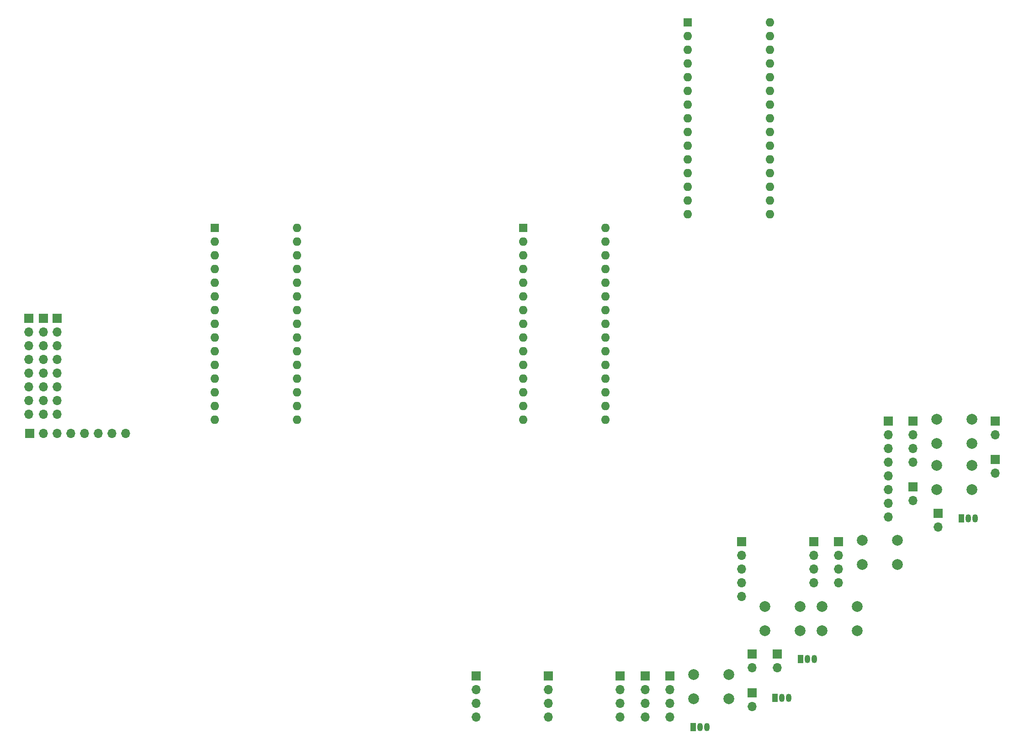
<source format=gbr>
G04 #@! TF.GenerationSoftware,KiCad,Pcbnew,5.1.5-52549c5~84~ubuntu18.04.1*
G04 #@! TF.CreationDate,2019-12-20T21:30:07+07:00*
G04 #@! TF.ProjectId,plate,706c6174-652e-46b6-9963-61645f706362,rev?*
G04 #@! TF.SameCoordinates,Original*
G04 #@! TF.FileFunction,Copper,L2,Bot*
G04 #@! TF.FilePolarity,Positive*
%FSLAX46Y46*%
G04 Gerber Fmt 4.6, Leading zero omitted, Abs format (unit mm)*
G04 Created by KiCad (PCBNEW 5.1.5-52549c5~84~ubuntu18.04.1) date 2019-12-20 21:30:07*
%MOMM*%
%LPD*%
G04 APERTURE LIST*
%ADD10O,1.700000X1.700000*%
%ADD11R,1.700000X1.700000*%
%ADD12C,2.000000*%
%ADD13R,1.050000X1.500000*%
%ADD14O,1.050000X1.500000*%
%ADD15O,1.600000X1.600000*%
%ADD16R,1.600000X1.600000*%
G04 APERTURE END LIST*
D10*
X199710000Y-94260000D03*
X199710000Y-91720000D03*
X199710000Y-89180000D03*
X199710000Y-86640000D03*
X199710000Y-84100000D03*
X199710000Y-81560000D03*
X199710000Y-79020000D03*
D11*
X199710000Y-76480000D03*
D10*
X159270000Y-131370000D03*
X159270000Y-128830000D03*
X159270000Y-126290000D03*
D11*
X159270000Y-123750000D03*
D10*
X123320000Y-131320000D03*
X123320000Y-128780000D03*
X123320000Y-126240000D03*
D11*
X123320000Y-123700000D03*
D10*
X136670000Y-131320000D03*
X136670000Y-128780000D03*
X136670000Y-126240000D03*
D11*
X136670000Y-123700000D03*
D10*
X150020000Y-131320000D03*
X150020000Y-128780000D03*
X150020000Y-126240000D03*
D11*
X150020000Y-123700000D03*
D10*
X185910000Y-106450000D03*
X185910000Y-103910000D03*
X185910000Y-101370000D03*
D11*
X185910000Y-98830000D03*
D10*
X154620000Y-131370000D03*
X154620000Y-128830000D03*
X154620000Y-126290000D03*
D11*
X154620000Y-123750000D03*
D10*
X204310000Y-84100000D03*
X204310000Y-81560000D03*
X204310000Y-79020000D03*
D11*
X204310000Y-76480000D03*
D10*
X190510000Y-106500000D03*
X190510000Y-103960000D03*
X190510000Y-101420000D03*
D11*
X190510000Y-98880000D03*
D12*
X170120000Y-123450000D03*
X170120000Y-127950000D03*
X163620000Y-123450000D03*
X163620000Y-127950000D03*
X183360000Y-110830000D03*
X183360000Y-115330000D03*
X176860000Y-110830000D03*
X176860000Y-115330000D03*
X215160000Y-76180000D03*
X215160000Y-80680000D03*
X208660000Y-76180000D03*
X208660000Y-80680000D03*
X215160000Y-84730000D03*
X215160000Y-89230000D03*
X208660000Y-84730000D03*
X208660000Y-89230000D03*
X201360000Y-98580000D03*
X201360000Y-103080000D03*
X194860000Y-98580000D03*
X194860000Y-103080000D03*
X193910000Y-110830000D03*
X193910000Y-115330000D03*
X187410000Y-110830000D03*
X187410000Y-115330000D03*
D13*
X213220000Y-94510000D03*
D14*
X215760000Y-94510000D03*
X214490000Y-94510000D03*
D13*
X178730000Y-127810000D03*
D14*
X181270000Y-127810000D03*
X180000000Y-127810000D03*
D13*
X183430000Y-120610000D03*
D14*
X185970000Y-120610000D03*
X184700000Y-120610000D03*
D13*
X163580000Y-133230000D03*
D14*
X166120000Y-133230000D03*
X164850000Y-133230000D03*
D10*
X208960000Y-96120000D03*
D11*
X208960000Y-93580000D03*
D10*
X219510000Y-79020000D03*
D11*
X219510000Y-76480000D03*
D10*
X174470000Y-129420000D03*
D11*
X174470000Y-126880000D03*
D10*
X219510000Y-86170000D03*
D11*
X219510000Y-83630000D03*
D10*
X58420000Y-78740000D03*
X55880000Y-78740000D03*
X53340000Y-78740000D03*
X50800000Y-78740000D03*
X48260000Y-78740000D03*
X45720000Y-78740000D03*
X43180000Y-78740000D03*
D11*
X40640000Y-78740000D03*
D10*
X45720000Y-75210000D03*
X45720000Y-72670000D03*
X45720000Y-70130000D03*
X45720000Y-67590000D03*
X45720000Y-65050000D03*
X45720000Y-62510000D03*
X45720000Y-59970000D03*
D11*
X45720000Y-57430000D03*
D10*
X43180000Y-75210000D03*
X43180000Y-72670000D03*
X43180000Y-70130000D03*
X43180000Y-67590000D03*
X43180000Y-65050000D03*
X43180000Y-62510000D03*
X43180000Y-59970000D03*
D11*
X43180000Y-57430000D03*
D10*
X40480000Y-75210000D03*
X40480000Y-72670000D03*
X40480000Y-70130000D03*
X40480000Y-67590000D03*
X40480000Y-65050000D03*
X40480000Y-62510000D03*
X40480000Y-59970000D03*
D11*
X40480000Y-57430000D03*
D10*
X204310000Y-91270000D03*
D11*
X204310000Y-88730000D03*
D10*
X174470000Y-122220000D03*
D11*
X174470000Y-119680000D03*
D10*
X172560000Y-109040000D03*
X172560000Y-106500000D03*
X172560000Y-103960000D03*
X172560000Y-101420000D03*
D11*
X172560000Y-98880000D03*
D10*
X179120000Y-122220000D03*
D11*
X179120000Y-119680000D03*
D15*
X147320000Y-76200000D03*
X132080000Y-76200000D03*
X147320000Y-40640000D03*
X132080000Y-73660000D03*
X147320000Y-43180000D03*
X132080000Y-71120000D03*
X147320000Y-45720000D03*
X132080000Y-68580000D03*
X147320000Y-48260000D03*
X132080000Y-66040000D03*
X147320000Y-50800000D03*
X132080000Y-63500000D03*
X147320000Y-53340000D03*
X132080000Y-60960000D03*
X147320000Y-55880000D03*
X132080000Y-58420000D03*
X147320000Y-58420000D03*
X132080000Y-55880000D03*
X147320000Y-60960000D03*
X132080000Y-53340000D03*
X147320000Y-63500000D03*
X132080000Y-50800000D03*
X147320000Y-66040000D03*
X132080000Y-48260000D03*
X147320000Y-68580000D03*
X132080000Y-45720000D03*
X147320000Y-71120000D03*
X132080000Y-43180000D03*
X147320000Y-73660000D03*
D16*
X132080000Y-40640000D03*
D15*
X177800000Y-38100000D03*
X162560000Y-38100000D03*
X177800000Y-2540000D03*
X162560000Y-35560000D03*
X177800000Y-5080000D03*
X162560000Y-33020000D03*
X177800000Y-7620000D03*
X162560000Y-30480000D03*
X177800000Y-10160000D03*
X162560000Y-27940000D03*
X177800000Y-12700000D03*
X162560000Y-25400000D03*
X177800000Y-15240000D03*
X162560000Y-22860000D03*
X177800000Y-17780000D03*
X162560000Y-20320000D03*
X177800000Y-20320000D03*
X162560000Y-17780000D03*
X177800000Y-22860000D03*
X162560000Y-15240000D03*
X177800000Y-25400000D03*
X162560000Y-12700000D03*
X177800000Y-27940000D03*
X162560000Y-10160000D03*
X177800000Y-30480000D03*
X162560000Y-7620000D03*
X177800000Y-33020000D03*
X162560000Y-5080000D03*
X177800000Y-35560000D03*
D16*
X162560000Y-2540000D03*
D15*
X90170000Y-76200000D03*
X74930000Y-76200000D03*
X90170000Y-40640000D03*
X74930000Y-73660000D03*
X90170000Y-43180000D03*
X74930000Y-71120000D03*
X90170000Y-45720000D03*
X74930000Y-68580000D03*
X90170000Y-48260000D03*
X74930000Y-66040000D03*
X90170000Y-50800000D03*
X74930000Y-63500000D03*
X90170000Y-53340000D03*
X74930000Y-60960000D03*
X90170000Y-55880000D03*
X74930000Y-58420000D03*
X90170000Y-58420000D03*
X74930000Y-55880000D03*
X90170000Y-60960000D03*
X74930000Y-53340000D03*
X90170000Y-63500000D03*
X74930000Y-50800000D03*
X90170000Y-66040000D03*
X74930000Y-48260000D03*
X90170000Y-68580000D03*
X74930000Y-45720000D03*
X90170000Y-71120000D03*
X74930000Y-43180000D03*
X90170000Y-73660000D03*
D16*
X74930000Y-40640000D03*
M02*

</source>
